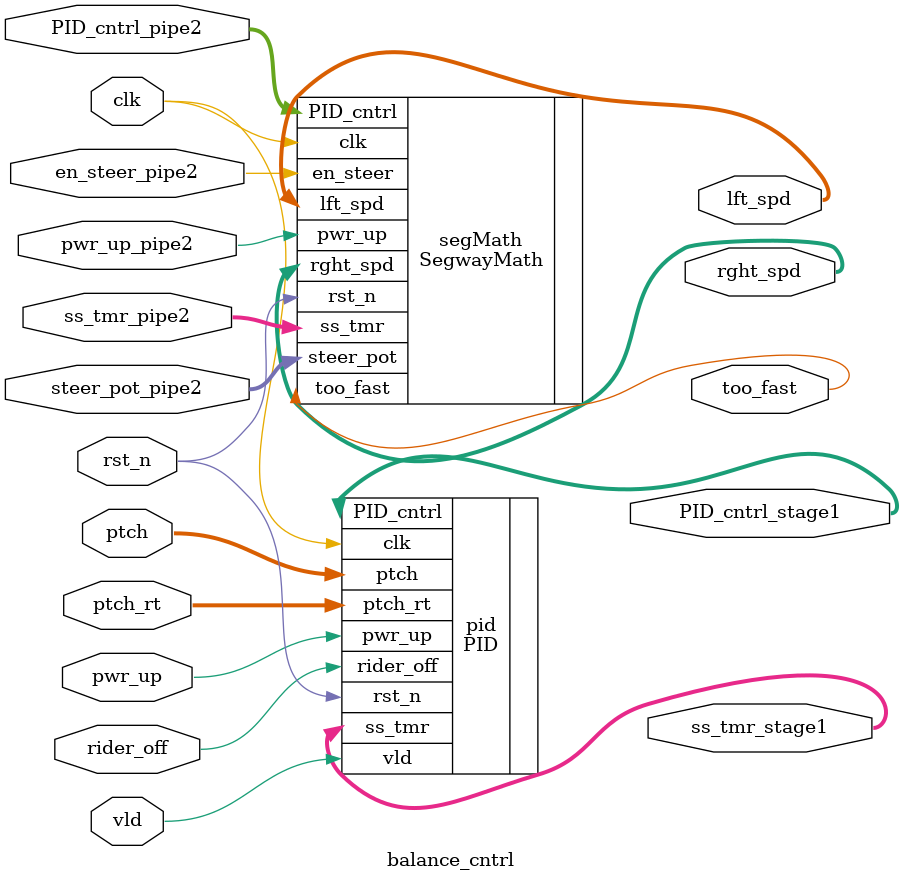
<source format=sv>
module balance_cntrl #(parameter fast_sim = 1)(
    input logic clk,               // 50MHz system clock & active low reset
    input logic rst_n,             // Active low reset
    input logic vld,               // High when inertial sensor reading (pitch) is ready (pipelined)
    input logic [15:0] ptch,       // Pitch of Segway from inertial_intf (pipelined)
    input logic [15:0] ptch_rt,    // Pitch rate (degrees/sec) for D_term of PID (pipelined)
    input logic pwr_up,            // Segway balance control powered up (pipelined)
    input logic rider_off,         // Asserted when no rider detected (pipelined)
    input logic [11:0] steer_pot_pipe2,  // From A2D_intf (pipelined stage 2)
    input logic en_steer_pipe2,          // Enables steering control (pipelined stage 2)
    input logic pwr_up_pipe2,            // Power up signal for stage 2 (pipelined)
    input logic signed [11:0] PID_cntrl_pipe2,  // PID control from pipeline stage 2
    input logic [7:0] ss_tmr_pipe2,             // Soft start timer from pipeline stage 2
    output logic signed [11:0] PID_cntrl_stage1, // PID control output from stage 1
    output logic [7:0] ss_tmr_stage1,           // Soft start timer output from stage 1
    output logic [11:0] lft_spd,   // 12-bit signed speed of left motor
    output logic [11:0] rght_spd,  // 12-bit signed speed of right motor
    output logic too_fast         // Rider approaching point of minimal control margin
);

    // PID module computes in pipeline stage 1
    PID #(fast_sim) pid(
                        .clk(clk),
                        .rst_n(rst_n),
                        .vld(vld),
                        .pwr_up(pwr_up),
                        .rider_off(rider_off),
                        .ptch(ptch),
                        .ptch_rt(ptch_rt),
                        .PID_cntrl(PID_cntrl_stage1),
                        .ss_tmr(ss_tmr_stage1)
                    );
    
    // SegwayMath computes in pipeline stage 2 using pipelined inputs
    SegwayMath segMath(
            .clk(clk),
            .rst_n(rst_n),
            .PID_cntrl(PID_cntrl_pipe2),  // Use pipelined PID control
            .ss_tmr(ss_tmr_pipe2),        // Use pipelined soft start timer
            .steer_pot(steer_pot_pipe2),  // Use pipelined steering pot
            .en_steer(en_steer_pipe2),    // Use pipelined steering enable
            .pwr_up(pwr_up_pipe2),        // Use pipelined power up
            .lft_spd(lft_spd),
            .rght_spd(rght_spd),
            .too_fast(too_fast)
    );
endmodule

</source>
